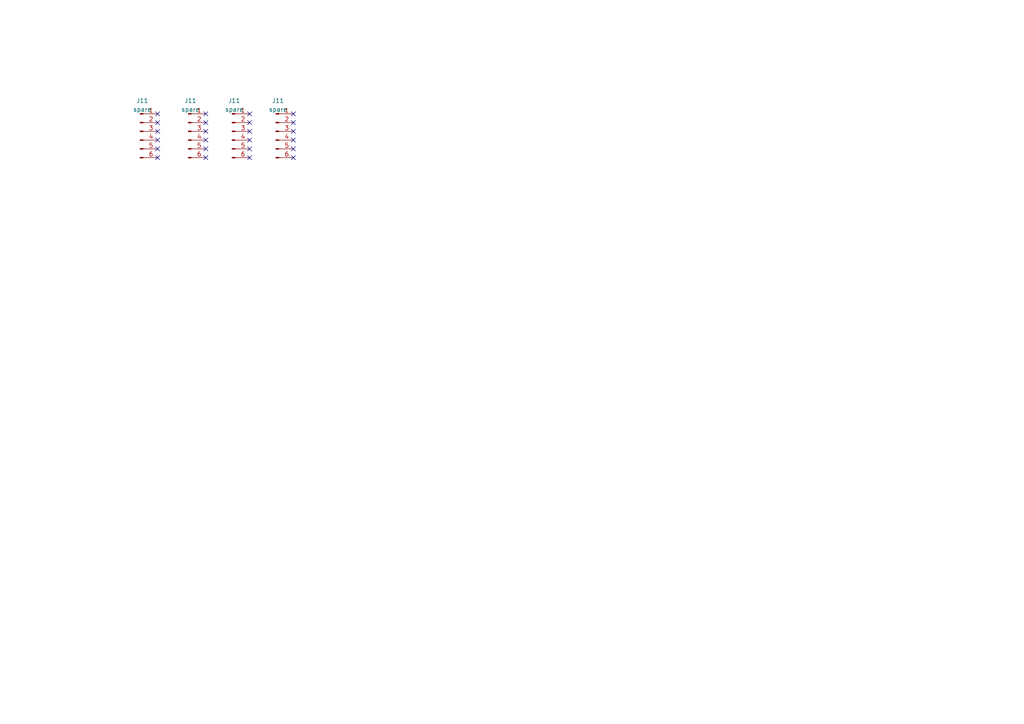
<source format=kicad_sch>
(kicad_sch (version 20231120) (generator "eeschema") (generator_version "8.0")
  (paper "A4")
  (lib_symbols
    (symbol "Connector:Conn_01x06_Pin" (pin_names (offset 1.016) hide)
      (property "Reference" "J" (at 0 7.62 0))
      (property "Value" "Conn_01x06_Pin" (at 0 -10.16 0))
      (symbol "Conn_01x06_Pin_1_1"
        (polyline (pts (xy 1.27 -7.62) (xy 0.8636 -7.62)) (stroke (width 0.1524)))
        (polyline (pts (xy 1.27 -5.08) (xy 0.8636 -5.08)) (stroke (width 0.1524)))
        (polyline (pts (xy 1.27 -2.54) (xy 0.8636 -2.54)) (stroke (width 0.1524)))
        (polyline (pts (xy 1.27 0) (xy 0.8636 0)) (stroke (width 0.1524)))
        (polyline (pts (xy 1.27 2.54) (xy 0.8636 2.54)) (stroke (width 0.1524)))
        (polyline (pts (xy 1.27 5.08) (xy 0.8636 5.08)) (stroke (width 0.1524)))
        (rectangle (start 0.8636 -7.493) (end 0 -7.747) (stroke (width 0.1524)) (fill (type outline)))
        (rectangle (start 0.8636 -4.953) (end 0 -5.207) (stroke (width 0.1524)) (fill (type outline)))
        (rectangle (start 0.8636 -2.413) (end 0 -2.667) (stroke (width 0.1524)) (fill (type outline)))
        (rectangle (start 0.8636 0.127) (end 0 -0.127) (stroke (width 0.1524)) (fill (type outline)))
        (rectangle (start 0.8636 2.667) (end 0 2.413) (stroke (width 0.1524)) (fill (type outline)))
        (rectangle (start 0.8636 5.207) (end 0 4.953) (stroke (width 0.1524)) (fill (type outline)))
        (pin passive line (at 5.08 5.08 180) (length 3.81) (name "Pin_1") (number "1"))
        (pin passive line (at 5.08 2.54 180) (length 3.81) (name "Pin_2") (number "2"))
        (pin passive line (at 5.08 0 180) (length 3.81) (name "Pin_3") (number "3"))
        (pin passive line (at 5.08 -2.54 180) (length 3.81) (name "Pin_4") (number "4"))
        (pin passive line (at 5.08 -5.08 180) (length 3.81) (name "Pin_5") (number "5"))
        (pin passive line (at 5.08 -7.62 180) (length 3.81) (name "Pin_6") (number "6"))
      )
    )
  )
  (no_connect (at 59.69 33.02))
  (no_connect (at 72.39 38.1))
  (no_connect (at 85.09 35.56))
  (no_connect (at 59.69 45.72))
  (no_connect (at 85.09 45.72))
  (no_connect (at 59.69 43.18))
  (no_connect (at 45.72 35.56))
  (no_connect (at 85.09 33.02))
  (no_connect (at 85.09 43.18))
  (no_connect (at 45.72 45.72))
  (no_connect (at 72.39 43.18))
  (no_connect (at 72.39 40.64))
  (no_connect (at 45.72 43.18))
  (no_connect (at 85.09 40.64))
  (no_connect (at 45.72 38.1))
  (no_connect (at 72.39 45.72))
  (no_connect (at 72.39 35.56))
  (no_connect (at 59.69 35.56))
  (no_connect (at 45.72 33.02))
  (no_connect (at 72.39 33.02))
  (no_connect (at 59.69 38.1))
  (no_connect (at 59.69 40.64))
  (no_connect (at 85.09 38.1))
  (no_connect (at 45.72 40.64))
  (symbol (lib_id "Connector:Conn_01x06_Pin") (at 40.64 38.1 0) (unit 1)
    (property "Reference" "J11" (at 41.275 29.21 0))
    (property "Value" "spare" (at 41.275 31.75 0))
    (property "Footprint" "Connector_PinHeader_2.54mm:PinHeader_1x06_P2.54mm_Vertical" (effects (hide yes)))
    (instances (project "qca7000" (path "" (reference "J11") (unit 1)) (path "" (reference "J12") (unit 1))))
  )
  (symbol (lib_id "Connector:Conn_01x06_Pin") (at 67.31 38.1 0) (unit 1)
    (property "Reference" "J11" (at 67.945 29.21 0))
    (property "Value" "spare" (at 67.945 31.75 0))
    (property "Footprint" "Connector_PinHeader_2.54mm:PinHeader_1x06_P2.54mm_Vertical" (effects (hide yes)))
    (instances (project "qca7000" (path "" (reference "J11") (unit 1)) (path "" (reference "J14") (unit 1))))
  )
  (symbol (lib_id "Connector:Conn_01x06_Pin") (at 54.61 38.1 0) (unit 1)
    (property "Reference" "J11" (at 55.245 29.21 0))
    (property "Value" "spare" (at 55.245 31.75 0))
    (property "Footprint" "Connector_PinHeader_2.54mm:PinHeader_1x06_P2.54mm_Vertical" (effects (hide yes)))
    (instances (project "qca7000" (path "" (reference "J11") (unit 1)) (path "" (reference "J13") (unit 1))))
  )
  (symbol (lib_id "Connector:Conn_01x06_Pin") (at 80.01 38.1 0) (unit 1)
    (property "Reference" "J11" (at 80.645 29.21 0))
    (property "Value" "spare" (at 80.645 31.75 0))
    (property "Footprint" "Connector_PinHeader_2.54mm:PinHeader_1x06_P2.54mm_Vertical" (effects (hide yes)))
    (instances (project "qca7000" (path "" (reference "J11") (unit 1)) (path "" (reference "J15") (unit 1))))
  )
)
</source>
